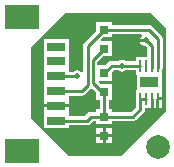
<source format=gtl>
G04*
G04 #@! TF.GenerationSoftware,Altium Limited,Altium Designer,19.1.5 (86)*
G04*
G04 Layer_Physical_Order=1*
G04 Layer_Color=255*
%FSLAX25Y25*%
%MOIN*%
G70*
G01*
G75*
%ADD10C,0.01000*%
%ADD14R,0.06299X0.03543*%
%ADD15R,0.00984X0.03937*%
%ADD16R,0.06299X0.03150*%
%ADD17R,0.11811X0.08268*%
%ADD18R,0.03150X0.03150*%
%ADD25C,0.07874*%
%ADD26C,0.02000*%
G36*
X57500Y47500D02*
Y20000D01*
X42500Y5000D01*
X25000D01*
X12500Y17500D01*
Y41000D01*
X24000Y52500D01*
X52500D01*
X57500Y47500D01*
D02*
G37*
%LPC*%
G36*
X39575Y49575D02*
X34425D01*
Y46588D01*
X30418Y42581D01*
X30086Y42085D01*
X29970Y41499D01*
Y33052D01*
X29470Y32900D01*
X29442Y32942D01*
X28780Y33384D01*
X28000Y33539D01*
X27220Y33384D01*
X26689Y33029D01*
X25150D01*
Y38768D01*
Y43917D01*
X16850D01*
Y38768D01*
Y33847D01*
Y28925D01*
Y24004D01*
Y22158D01*
X21000D01*
X25150D01*
Y25049D01*
X29579D01*
X30164Y25166D01*
X30660Y25497D01*
X32581Y27418D01*
X32889Y27448D01*
X34425Y25912D01*
Y23626D01*
X35471D01*
Y20575D01*
X34425D01*
Y19529D01*
X32500D01*
X31915Y19413D01*
X31418Y19081D01*
X30603Y18266D01*
X25150D01*
Y21158D01*
X21000D01*
X16850D01*
Y19083D01*
Y14161D01*
X25150D01*
Y15207D01*
X31236D01*
X31822Y15323D01*
X32318Y15655D01*
X33134Y16471D01*
X34425D01*
Y15425D01*
X39575D01*
Y16471D01*
X46500D01*
X47085Y16587D01*
X47581Y16919D01*
X50129Y19466D01*
X50460Y19962D01*
X50577Y20547D01*
Y21020D01*
X52508D01*
Y23801D01*
X52545Y23988D01*
X53484D01*
Y21020D01*
X54453D01*
Y23988D01*
X54953D01*
Y24488D01*
X56445D01*
Y26957D01*
X56150D01*
Y32043D01*
X56445D01*
Y33939D01*
X56482Y34126D01*
Y44047D01*
X56366Y44633D01*
X56034Y45129D01*
X53081Y48081D01*
X52585Y48413D01*
X52000Y48529D01*
X39575D01*
Y49575D01*
D02*
G37*
G36*
X56445Y23488D02*
X55453D01*
Y21020D01*
X56445D01*
Y23488D01*
D02*
G37*
G36*
X39575Y14276D02*
X37500D01*
Y12201D01*
X39575D01*
Y14276D01*
D02*
G37*
G36*
X36500D02*
X34425D01*
Y12201D01*
X36500D01*
Y14276D01*
D02*
G37*
G36*
X39575Y11201D02*
X37500D01*
Y9126D01*
X39575D01*
Y11201D01*
D02*
G37*
G36*
X36500D02*
X34425D01*
Y9126D01*
X36500D01*
Y11201D01*
D02*
G37*
%LPD*%
G36*
X49601Y44971D02*
X49558Y44942D01*
X49116Y44280D01*
X49060Y44000D01*
X51000D01*
Y43000D01*
X49060D01*
X49116Y42720D01*
X49558Y42058D01*
X50220Y41616D01*
X50846Y41491D01*
X51455Y40882D01*
Y37980D01*
X47555D01*
Y36529D01*
X44311D01*
X43780Y36884D01*
X43000Y37039D01*
X42220Y36884D01*
X41689Y36529D01*
X39500D01*
X38915Y36413D01*
X38419Y36081D01*
X37412Y35075D01*
X34729D01*
Y36267D01*
X36588Y38126D01*
X39575D01*
Y43276D01*
X36092D01*
X35900Y43738D01*
X36588Y44425D01*
X39575D01*
Y45471D01*
X49449D01*
X49601Y44971D01*
D02*
G37*
G36*
X47555Y32043D02*
X47850D01*
Y26957D01*
X47555D01*
Y24176D01*
X47518Y23988D01*
Y21181D01*
X45867Y19529D01*
X39575D01*
Y20575D01*
X38529D01*
Y23626D01*
X39575D01*
Y28776D01*
X35887D01*
X35200Y29463D01*
X35391Y29925D01*
X39575D01*
Y32912D01*
X40134Y33471D01*
X41689D01*
X42220Y33116D01*
X43000Y32961D01*
X43780Y33116D01*
X44311Y33471D01*
X47555D01*
Y32043D01*
D02*
G37*
D10*
X52984Y35012D02*
Y41516D01*
Y34126D02*
Y35012D01*
X51000Y43500D02*
X52984Y41516D01*
X31499Y28499D02*
Y41499D01*
X29579Y26579D02*
X31499Y28499D01*
Y41499D02*
X37000Y47000D01*
X54953Y34126D02*
Y44047D01*
X43000Y35000D02*
X49047D01*
X39500D02*
X43000D01*
X37000Y32500D02*
X39500Y35000D01*
X49047Y23988D02*
X51016D01*
X49047Y20547D02*
Y23988D01*
X33200Y36901D02*
X37000Y40701D01*
X33200Y29300D02*
Y36901D01*
Y29300D02*
X36299Y26201D01*
X37000D01*
X46500Y18000D02*
X49047Y20547D01*
X37000Y18000D02*
X46500D01*
X32500D02*
X37000D01*
X31236Y16736D02*
X32500Y18000D01*
X21000Y16736D02*
X31236D01*
X37000Y18000D02*
Y26201D01*
Y47000D02*
X52000D01*
X21000Y26579D02*
X29579D01*
X52000Y47000D02*
X54953Y44047D01*
X21000Y31500D02*
X28000D01*
D14*
X52000Y29500D02*
D03*
D15*
X49047Y23988D02*
D03*
X51016D02*
D03*
X52984D02*
D03*
X54953D02*
D03*
X49047Y35012D02*
D03*
X51016D02*
D03*
X52984D02*
D03*
X54953D02*
D03*
D16*
X21000Y41342D02*
D03*
Y36421D02*
D03*
Y31500D02*
D03*
Y26579D02*
D03*
Y21657D02*
D03*
Y16736D02*
D03*
D17*
X9583Y6697D02*
D03*
Y51382D02*
D03*
D18*
X37000Y47000D02*
D03*
Y40701D02*
D03*
Y32500D02*
D03*
Y26201D02*
D03*
Y18000D02*
D03*
Y11701D02*
D03*
D25*
X55118Y7874D02*
D03*
D26*
X43000Y35000D02*
D03*
X28000Y31500D02*
D03*
X29000Y46000D02*
D03*
X51000Y43500D02*
D03*
X29000Y21500D02*
D03*
Y12000D02*
D03*
M02*

</source>
